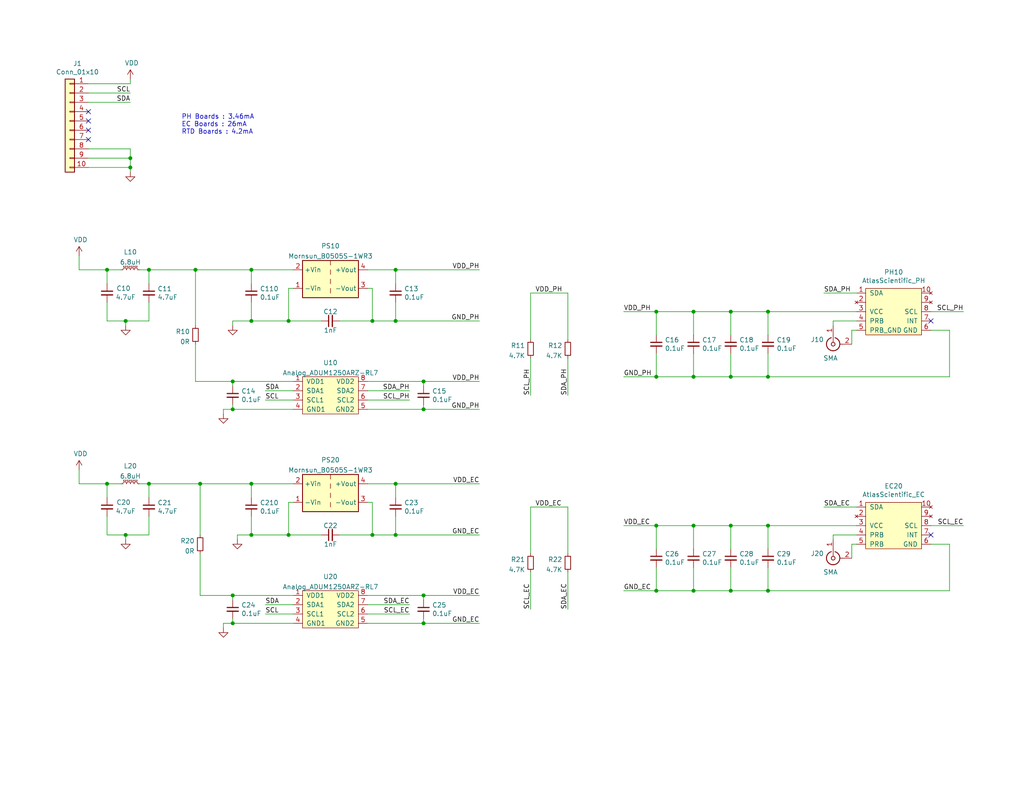
<source format=kicad_sch>
(kicad_sch (version 20211123) (generator eeschema)
  (paper "USLetter")
  (title_block (title "Reservoir Daughtercard") (date "2022-02-17") (rev "0.2.0") (company "Langhe Greenhaus"))
  (lib_symbols
    (symbol "BCR:AtlasScientific_EC" (pin_names (offset 1.016))
      (property "Reference" "AS" (at -6.35 7.62 0))
      (property "Value" "AtlasScientific_EC" (at 0 -7.62 0))
      (symbol "AtlasScientific_EC_0_1"
        (rectangle (start 7.62 -6.35) (end -7.62 6.35) (fill (type background)))
      )
      (symbol "AtlasScientific_EC_1_1"
        (pin unspecified line (at -10.16 5.08 0) (length 2.54) (name "SDA") (number "1"))
        (pin no_connect line (at 10.16 5.08 180) (length 2.54) (name "~") (number "10"))
        (pin no_connect line (at -10.16 2.54 0) (length 2.54) (name "~") (number "2"))
        (pin unspecified line (at -10.16 0 0) (length 2.54) (name "VCC") (number "3"))
        (pin unspecified line (at -10.16 -2.54 0) (length 2.54) (name "PRB") (number "4"))
        (pin unspecified line (at -10.16 -5.08 0) (length 2.54) (name "PRB") (number "5"))
        (pin unspecified line (at 10.16 -5.08 180) (length 2.54) (name "GND") (number "6"))
        (pin unspecified line (at 10.16 -2.54 180) (length 2.54) (name "INT") (number "7"))
        (pin unspecified line (at 10.16 0 180) (length 2.54) (name "SCL") (number "8"))
        (pin no_connect line (at 10.16 2.54 180) (length 2.54) (name "~") (number "9"))
      )
    )
    (symbol "BCR:AtlasScientific_PH" (pin_names (offset 1.016))
      (property "Reference" "AS" (at -6.35 7.62 0))
      (property "Value" "AtlasScientific_PH" (at 0 -7.62 0))
      (symbol "AtlasScientific_PH_0_1"
        (rectangle (start 7.62 -6.35) (end -7.62 6.35) (fill (type background)))
      )
      (symbol "AtlasScientific_PH_1_1"
        (pin unspecified line (at -10.16 5.08 0) (length 2.54) (name "SDA") (number "1"))
        (pin no_connect line (at 10.16 5.08 180) (length 2.54) (name "~") (number "10"))
        (pin no_connect line (at -10.16 2.54 0) (length 2.54) (name "~") (number "2"))
        (pin unspecified line (at -10.16 0 0) (length 2.54) (name "VCC") (number "3"))
        (pin unspecified line (at -10.16 -2.54 0) (length 2.54) (name "PRB") (number "4"))
        (pin unspecified line (at -10.16 -5.08 0) (length 2.54) (name "PRB_GND") (number "5"))
        (pin unspecified line (at 10.16 -5.08 180) (length 2.54) (name "GND") (number "6"))
        (pin unspecified line (at 10.16 -2.54 180) (length 2.54) (name "INT") (number "7"))
        (pin unspecified line (at 10.16 0 180) (length 2.54) (name "SCL") (number "8"))
        (pin no_connect line (at 10.16 2.54 180) (length 2.54) (name "~") (number "9"))
      )
    )
    (symbol "Connector:Conn_Coaxial" (pin_names (offset 1.016) hide)
      (property "Reference" "J" (at 0.254 3.048 0))
      (property "Value" "Conn_Coaxial" (at 2.921 0 90))
      (symbol "Conn_Coaxial_0_1"
        (arc (start -1.778 -0.508) (mid 0.222 -1.808) (end 1.778 0) (stroke (width 0.254)))
        (polyline (pts (xy -2.54 0) (xy -0.508 0)))
        (polyline (pts (xy 0 -2.54) (xy 0 -1.778)))
        (circle (center 0 0) (radius 0.508) (stroke (width 0.2032)))
        (arc (start 1.778 0) (mid 0.222 1.8083) (end -1.778 0.508) (stroke (width 0.254)))
      )
      (symbol "Conn_Coaxial_1_1"
        (pin passive line (at -5.08 0 0) (length 2.54) (name "In") (number "1"))
        (pin passive line (at 0 -5.08 90) (length 2.54) (name "Ext") (number "2"))
      )
    )
    (symbol "Connector_Generic:Conn_01x10" (pin_names (offset 1.016) hide)
      (property "Reference" "J" (at 0 12.7 0))
      (property "Value" "Conn_01x10" (at 0 -15.24 0))
      (symbol "Conn_01x10_1_1"
        (rectangle (start -1.27 -12.573) (end 0 -12.827) (stroke (width 0.1524)))
        (rectangle (start -1.27 -10.033) (end 0 -10.287) (stroke (width 0.1524)))
        (rectangle (start -1.27 -7.493) (end 0 -7.747) (stroke (width 0.1524)))
        (rectangle (start -1.27 -4.953) (end 0 -5.207) (stroke (width 0.1524)))
        (rectangle (start -1.27 -2.413) (end 0 -2.667) (stroke (width 0.1524)))
        (rectangle (start -1.27 0.127) (end 0 -0.127) (stroke (width 0.1524)))
        (rectangle (start -1.27 2.667) (end 0 2.413) (stroke (width 0.1524)))
        (rectangle (start -1.27 5.207) (end 0 4.953) (stroke (width 0.1524)))
        (rectangle (start -1.27 7.747) (end 0 7.493) (stroke (width 0.1524)))
        (rectangle (start -1.27 10.287) (end 0 10.033) (stroke (width 0.1524)))
        (rectangle (start -1.27 11.43) (end 1.27 -13.97) (stroke (width 0.254)) (fill (type background)))
        (pin passive line (at -5.08 10.16 0) (length 3.81) (name "Pin_1") (number "1"))
        (pin passive line (at -5.08 -12.7 0) (length 3.81) (name "Pin_10") (number "10"))
        (pin passive line (at -5.08 7.62 0) (length 3.81) (name "Pin_2") (number "2"))
        (pin passive line (at -5.08 5.08 0) (length 3.81) (name "Pin_3") (number "3"))
        (pin passive line (at -5.08 2.54 0) (length 3.81) (name "Pin_4") (number "4"))
        (pin passive line (at -5.08 0 0) (length 3.81) (name "Pin_5") (number "5"))
        (pin passive line (at -5.08 -2.54 0) (length 3.81) (name "Pin_6") (number "6"))
        (pin passive line (at -5.08 -5.08 0) (length 3.81) (name "Pin_7") (number "7"))
        (pin passive line (at -5.08 -7.62 0) (length 3.81) (name "Pin_8") (number "8"))
        (pin passive line (at -5.08 -10.16 0) (length 3.81) (name "Pin_9") (number "9"))
      )
    )
    (symbol "Device:C_Small" (pin_numbers hide) (pin_names (offset 0.254) hide)
      (property "Reference" "C" (at 0.254 1.778 0))
      (property "Value" "C_Small" (at 0.254 -2.032 0))
      (symbol "C_Small_0_1"
        (polyline (pts (xy -1.524 -0.508) (xy 1.524 -0.508)) (stroke (width 0.3302)))
        (polyline (pts (xy -1.524 0.508) (xy 1.524 0.508)) (stroke (width 0.3048)))
      )
      (symbol "C_Small_1_1"
        (pin passive line (at 0 2.54 270) (length 2.032) (name "~") (number "1"))
        (pin passive line (at 0 -2.54 90) (length 2.032) (name "~") (number "2"))
      )
    )
    (symbol "Device:L_Ferrite_Small" (pin_numbers hide) (pin_names (offset 0.254) hide)
      (property "Reference" "L" (at 1.27 1.016 0))
      (property "Value" "L_Ferrite_Small" (at 1.27 -1.27 0))
      (symbol "L_Ferrite_Small_0_1"
        (arc (start 0 -2.032) (mid 0.508 -1.524) (end 0 -1.016))
        (arc (start 0 -1.016) (mid 0.508 -0.508) (end 0 0))
        (polyline (pts (xy 0.762 -1.905) (xy 0.762 -1.651)))
        (polyline (pts (xy 0.762 -1.397) (xy 0.762 -1.143)))
        (polyline (pts (xy 0.762 -0.889) (xy 0.762 -0.635)))
        (polyline (pts (xy 0.762 -0.381) (xy 0.762 -0.127)))
        (polyline (pts (xy 0.762 0.127) (xy 0.762 0.381)))
        (polyline (pts (xy 0.762 0.635) (xy 0.762 0.889)))
        (polyline (pts (xy 0.762 1.143) (xy 0.762 1.397)))
        (polyline (pts (xy 0.762 1.651) (xy 0.762 1.905)))
        (polyline (pts (xy 1.016 -1.651) (xy 1.016 -1.905)))
        (polyline (pts (xy 1.016 -1.143) (xy 1.016 -1.397)))
        (polyline (pts (xy 1.016 -0.635) (xy 1.016 -0.889)))
        (polyline (pts (xy 1.016 -0.127) (xy 1.016 -0.381)))
        (polyline (pts (xy 1.016 0.381) (xy 1.016 0.127)))
        (polyline (pts (xy 1.016 0.889) (xy 1.016 0.635)))
        (polyline (pts (xy 1.016 1.397) (xy 1.016 1.143)))
        (polyline (pts (xy 1.016 1.905) (xy 1.016 1.651)))
        (arc (start 0 0) (mid 0.508 0.508) (end 0 1.016))
        (arc (start 0 1.016) (mid 0.508 1.524) (end 0 2.032))
      )
      (symbol "L_Ferrite_Small_1_1"
        (pin passive line (at 0 2.54 270) (length 0.508) (name "~") (number "1"))
        (pin passive line (at 0 -2.54 90) (length 0.508) (name "~") (number "2"))
      )
    )
    (symbol "Device:R_Small" (pin_numbers hide) (pin_names (offset 0.254) hide)
      (property "Reference" "R" (at 0.762 0.508 0))
      (property "Value" "R_Small" (at 0.762 -1.016 0))
      (symbol "R_Small_0_1"
        (rectangle (start -0.762 1.778) (end 0.762 -1.778) (stroke (width 0.2032)))
      )
      (symbol "R_Small_1_1"
        (pin passive line (at 0 2.54 270) (length 0.762) (name "~") (number "1"))
        (pin passive line (at 0 -2.54 90) (length 0.762) (name "~") (number "2"))
      )
    )
    (symbol "JLCPCB:Analog_ADUM1250ARZ-RL7" (pin_names (offset 1.016))
      (property "Reference" "U" (at -6.35 7.62 0))
      (property "Value" "Analog_ADUM1250ARZ-RL7" (at 10.16 7.62 0))
      (symbol "Analog_ADUM1250ARZ-RL7_0_1"
        (rectangle (start 7.62 -3.81) (end -7.62 6.35) (fill (type background)))
      )
      (symbol "Analog_ADUM1250ARZ-RL7_1_1"
        (pin unspecified line (at -10.16 5.08 0) (length 2.54) (name "VDD1") (number "1"))
        (pin unspecified line (at -10.16 2.54 0) (length 2.54) (name "SDA1") (number "2"))
        (pin unspecified line (at -10.16 0 0) (length 2.54) (name "SCL1") (number "3"))
        (pin unspecified line (at -10.16 -2.54 0) (length 2.54) (name "GND1") (number "4"))
        (pin unspecified line (at 10.16 -2.54 180) (length 2.54) (name "GND2") (number "5"))
        (pin unspecified line (at 10.16 0 180) (length 2.54) (name "SCL2") (number "6"))
        (pin unspecified line (at 10.16 2.54 180) (length 2.54) (name "SDA2") (number "7"))
        (pin unspecified line (at 10.16 5.08 180) (length 2.54) (name "VDD2") (number "8"))
      )
    )
    (symbol "JLCPCB:Mornsun_B0505S-1WR3"
      (property "Reference" "PS" (at -7.62 6.35 0))
      (property "Value" "Mornsun_B0505S-1WR3" (at 1.27 6.35 0))
      (symbol "Mornsun_B0505S-1WR3_0_0"
        (pin power_in line (at -10.16 -2.54 0) (length 2.54) (name "-Vin") (number "1"))
        (pin power_in line (at -10.16 2.54 0) (length 2.54) (name "+Vin") (number "2"))
        (pin power_out line (at 10.16 -2.54 180) (length 2.54) (name "-Vout") (number "3"))
        (pin power_out line (at 10.16 2.54 180) (length 2.54) (name "+Vout") (number "4"))
      )
      (symbol "Mornsun_B0505S-1WR3_0_1"
        (rectangle (start -7.62 5.08) (end 7.62 -5.08) (stroke (width 0.254)) (fill (type background)))
        (polyline (pts (xy 0 -2.54) (xy 0 -3.81)))
        (polyline (pts (xy 0 0) (xy 0 -1.27)))
        (polyline (pts (xy 0 2.54) (xy 0 1.27)))
        (polyline (pts (xy 0 5.08) (xy 0 3.81)))
      )
    )
    (symbol "power:GND" (power) (pin_names (offset 0))
      (property "Value" "GND" (at 0 -3.81 0))
      (symbol "GND_0_1"
        (polyline (pts (xy 0 0) (xy 0 -1.27) (xy 1.27 -1.27) (xy 0 -2.54) (xy -1.27 -1.27) (xy 0 -1.27)))
      )
      (symbol "GND_1_1"
        (pin power_in line (at 0 0 270) (length 0) hide (name "GND") (number "1"))
      )
    )
    (symbol "power:VDD" (power) (pin_names (offset 0))
      (property "Value" "VDD" (at 0 3.81 0))
      (symbol "VDD_0_1"
        (polyline (pts (xy -0.762 1.27) (xy 0 2.54)))
        (polyline (pts (xy 0 0) (xy 0 2.54)))
        (polyline (pts (xy 0 2.54) (xy 0.762 1.27)))
      )
      (symbol "VDD_1_1"
        (pin power_in line (at 0 0 90) (length 0) hide (name "VDD") (number "1"))
      )
    )
  )
  (junction (at 34.29 146.05))
  (junction (at 63.5 111.76))
  (junction (at 107.95 87.63))
  (junction (at 209.55 85.09))
  (junction (at 54.61 132.08))
  (junction (at 78.74 87.63))
  (junction (at 68.58 73.66))
  (junction (at 101.6 87.63))
  (junction (at 63.5 162.56))
  (junction (at 209.55 161.29))
  (junction (at 189.23 102.87))
  (junction (at 78.74 146.05))
  (junction (at 199.39 161.29))
  (junction (at 63.5 170.18))
  (junction (at 35.56 43.18))
  (junction (at 115.57 111.76))
  (junction (at 199.39 102.87))
  (junction (at 209.55 143.51))
  (junction (at 34.29 87.63))
  (junction (at 68.58 87.63))
  (junction (at 29.21 132.08))
  (junction (at 35.56 45.72))
  (junction (at 107.95 146.05))
  (junction (at 40.64 73.66))
  (junction (at 199.39 143.51))
  (junction (at 107.95 132.08))
  (junction (at 29.21 73.66))
  (junction (at 115.57 104.14))
  (junction (at 40.64 132.08))
  (junction (at 179.07 102.87))
  (junction (at 115.57 162.56))
  (junction (at 63.5 104.14))
  (junction (at 179.07 143.51))
  (junction (at 179.07 85.09))
  (junction (at 115.57 170.18))
  (junction (at 209.55 102.87))
  (junction (at 179.07 161.29))
  (junction (at 68.58 132.08))
  (junction (at 107.95 73.66))
  (junction (at 68.58 146.05))
  (junction (at 53.34 73.66))
  (junction (at 199.39 85.09))
  (junction (at 189.23 85.09))
  (junction (at 189.23 161.29))
  (junction (at 101.6 146.05))
  (junction (at 189.23 143.51))
  (no_connect (at 254 87.63))
  (no_connect (at 24.13 35.56))
  (no_connect (at 24.13 30.48))
  (no_connect (at 24.13 38.1))
  (no_connect (at 254 146.05))
  (no_connect (at 24.13 33.02))
  (wire (pts (xy 60.96 111.76) (xy 60.96 113.03)))
  (wire (pts (xy 35.56 22.86) (xy 35.56 21.59)))
  (wire (pts (xy 63.5 111.76) (xy 80.01 111.76)))
  (wire (pts (xy 144.78 138.43) (xy 154.94 138.43)))
  (wire (pts (xy 40.64 132.08) (xy 54.61 132.08)))
  (wire (pts (xy 154.94 138.43) (xy 154.94 151.13)))
  (wire (pts (xy 115.57 104.14) (xy 130.81 104.14)))
  (wire (pts (xy 115.57 104.14) (xy 115.57 105.41)))
  (wire (pts (xy 107.95 82.55) (xy 107.95 87.63)))
  (wire (pts (xy 64.77 146.05) (xy 64.77 147.32)))
  (wire (pts (xy 63.5 168.91) (xy 63.5 170.18)))
  (wire (pts (xy 78.74 137.16) (xy 78.74 146.05)))
  (wire (pts (xy 35.56 40.64) (xy 24.13 40.64)))
  (wire (pts (xy 34.29 146.05) (xy 29.21 146.05)))
  (wire (pts (xy 101.6 146.05) (xy 107.95 146.05)))
  (wire (pts (xy 144.78 97.79) (xy 144.78 107.95)))
  (wire (pts (xy 64.77 146.05) (xy 68.58 146.05)))
  (wire (pts (xy 63.5 104.14) (xy 80.01 104.14)))
  (wire (pts (xy 154.94 80.01) (xy 154.94 92.71)))
  (wire (pts (xy 101.6 78.74) (xy 101.6 87.63)))
  (wire (pts (xy 38.1 132.08) (xy 40.64 132.08)))
  (wire (pts (xy 92.71 146.05) (xy 101.6 146.05)))
  (wire (pts (xy 144.78 156.21) (xy 144.78 166.37)))
  (wire (pts (xy 35.56 43.18) (xy 35.56 40.64)))
  (wire (pts (xy 254 85.09) (xy 262.89 85.09)))
  (wire (pts (xy 40.64 146.05) (xy 40.64 140.97)))
  (wire (pts (xy 101.6 87.63) (xy 107.95 87.63)))
  (wire (pts (xy 107.95 132.08) (xy 130.81 132.08)))
  (wire (pts (xy 68.58 82.55) (xy 68.58 87.63)))
  (wire (pts (xy 40.64 73.66) (xy 53.34 73.66)))
  (wire (pts (xy 107.95 132.08) (xy 107.95 135.89)))
  (wire (pts (xy 189.23 96.52) (xy 189.23 102.87)))
  (wire (pts (xy 29.21 87.63) (xy 29.21 82.55)))
  (wire (pts (xy 107.95 87.63) (xy 130.81 87.63)))
  (wire (pts (xy 224.79 138.43) (xy 233.68 138.43)))
  (wire (pts (xy 63.5 170.18) (xy 80.01 170.18)))
  (wire (pts (xy 40.64 146.05) (xy 34.29 146.05)))
  (wire (pts (xy 68.58 73.66) (xy 68.58 77.47)))
  (wire (pts (xy 63.5 162.56) (xy 63.5 163.83)))
  (wire (pts (xy 209.55 96.52) (xy 209.55 102.87)))
  (wire (pts (xy 259.08 90.17) (xy 259.08 102.87)))
  (wire (pts (xy 29.21 146.05) (xy 29.21 140.97)))
  (wire (pts (xy 199.39 154.94) (xy 199.39 161.29)))
  (wire (pts (xy 227.33 146.05) (xy 227.33 147.32)))
  (wire (pts (xy 209.55 102.87) (xy 259.08 102.87)))
  (wire (pts (xy 209.55 143.51) (xy 209.55 149.86)))
  (wire (pts (xy 179.07 102.87) (xy 189.23 102.87)))
  (wire (pts (xy 115.57 170.18) (xy 115.57 168.91)))
  (wire (pts (xy 233.68 148.59) (xy 232.41 148.59)))
  (wire (pts (xy 33.02 73.66) (xy 29.21 73.66)))
  (wire (pts (xy 254 143.51) (xy 262.89 143.51)))
  (wire (pts (xy 115.57 162.56) (xy 115.57 163.83)))
  (wire (pts (xy 189.23 102.87) (xy 199.39 102.87)))
  (wire (pts (xy 209.55 85.09) (xy 233.68 85.09)))
  (wire (pts (xy 53.34 88.9) (xy 53.34 73.66)))
  (wire (pts (xy 100.33 167.64) (xy 111.76 167.64)))
  (wire (pts (xy 100.33 137.16) (xy 101.6 137.16)))
  (wire (pts (xy 199.39 85.09) (xy 199.39 91.44)))
  (wire (pts (xy 227.33 146.05) (xy 233.68 146.05)))
  (wire (pts (xy 54.61 132.08) (xy 68.58 132.08)))
  (wire (pts (xy 227.33 87.63) (xy 227.33 88.9)))
  (wire (pts (xy 40.64 132.08) (xy 40.64 135.89)))
  (wire (pts (xy 21.59 132.08) (xy 29.21 132.08)))
  (wire (pts (xy 170.18 85.09) (xy 179.07 85.09)))
  (wire (pts (xy 53.34 104.14) (xy 53.34 93.98)))
  (wire (pts (xy 21.59 69.85) (xy 21.59 73.66)))
  (wire (pts (xy 115.57 170.18) (xy 130.81 170.18)))
  (wire (pts (xy 100.33 104.14) (xy 115.57 104.14)))
  (wire (pts (xy 87.63 87.63) (xy 78.74 87.63)))
  (wire (pts (xy 63.5 162.56) (xy 80.01 162.56)))
  (wire (pts (xy 254 148.59) (xy 259.08 148.59)))
  (wire (pts (xy 92.71 87.63) (xy 101.6 87.63)))
  (wire (pts (xy 54.61 146.05) (xy 54.61 132.08)))
  (wire (pts (xy 209.55 85.09) (xy 209.55 91.44)))
  (wire (pts (xy 115.57 162.56) (xy 130.81 162.56)))
  (wire (pts (xy 144.78 138.43) (xy 144.78 151.13)))
  (wire (pts (xy 209.55 161.29) (xy 259.08 161.29)))
  (wire (pts (xy 33.02 132.08) (xy 29.21 132.08)))
  (wire (pts (xy 68.58 146.05) (xy 78.74 146.05)))
  (wire (pts (xy 54.61 162.56) (xy 63.5 162.56)))
  (wire (pts (xy 199.39 96.52) (xy 199.39 102.87)))
  (wire (pts (xy 100.33 78.74) (xy 101.6 78.74)))
  (wire (pts (xy 40.64 87.63) (xy 40.64 82.55)))
  (wire (pts (xy 80.01 109.22) (xy 72.39 109.22)))
  (wire (pts (xy 144.78 80.01) (xy 144.78 92.71)))
  (wire (pts (xy 78.74 78.74) (xy 78.74 87.63)))
  (wire (pts (xy 101.6 137.16) (xy 101.6 146.05)))
  (wire (pts (xy 259.08 148.59) (xy 259.08 161.29)))
  (wire (pts (xy 87.63 146.05) (xy 78.74 146.05)))
  (wire (pts (xy 34.29 87.63) (xy 29.21 87.63)))
  (wire (pts (xy 21.59 73.66) (xy 29.21 73.66)))
  (wire (pts (xy 63.5 87.63) (xy 68.58 87.63)))
  (wire (pts (xy 34.29 87.63) (xy 34.29 88.9)))
  (wire (pts (xy 179.07 154.94) (xy 179.07 161.29)))
  (wire (pts (xy 53.34 104.14) (xy 63.5 104.14)))
  (wire (pts (xy 80.01 165.1) (xy 72.39 165.1)))
  (wire (pts (xy 54.61 162.56) (xy 54.61 151.13)))
  (wire (pts (xy 68.58 132.08) (xy 80.01 132.08)))
  (wire (pts (xy 189.23 143.51) (xy 189.23 149.86)))
  (wire (pts (xy 100.33 73.66) (xy 107.95 73.66)))
  (wire (pts (xy 179.07 161.29) (xy 189.23 161.29)))
  (wire (pts (xy 24.13 22.86) (xy 35.56 22.86)))
  (wire (pts (xy 209.55 143.51) (xy 233.68 143.51)))
  (wire (pts (xy 179.07 143.51) (xy 179.07 149.86)))
  (wire (pts (xy 199.39 102.87) (xy 209.55 102.87)))
  (wire (pts (xy 80.01 106.68) (xy 72.39 106.68)))
  (wire (pts (xy 233.68 90.17) (xy 232.41 90.17)))
  (wire (pts (xy 53.34 73.66) (xy 68.58 73.66)))
  (wire (pts (xy 24.13 43.18) (xy 35.56 43.18)))
  (wire (pts (xy 107.95 73.66) (xy 107.95 77.47)))
  (wire (pts (xy 68.58 132.08) (xy 68.58 135.89)))
  (wire (pts (xy 60.96 170.18) (xy 60.96 171.45)))
  (wire (pts (xy 144.78 80.01) (xy 154.94 80.01)))
  (wire (pts (xy 60.96 111.76) (xy 63.5 111.76)))
  (wire (pts (xy 100.33 170.18) (xy 115.57 170.18)))
  (wire (pts (xy 199.39 85.09) (xy 209.55 85.09)))
  (wire (pts (xy 29.21 73.66) (xy 29.21 77.47)))
  (wire (pts (xy 60.96 170.18) (xy 63.5 170.18)))
  (wire (pts (xy 80.01 78.74) (xy 78.74 78.74)))
  (wire (pts (xy 170.18 143.51) (xy 179.07 143.51)))
  (wire (pts (xy 115.57 111.76) (xy 130.81 111.76)))
  (wire (pts (xy 68.58 140.97) (xy 68.58 146.05)))
  (wire (pts (xy 179.07 85.09) (xy 189.23 85.09)))
  (wire (pts (xy 189.23 143.51) (xy 199.39 143.51)))
  (wire (pts (xy 170.18 161.29) (xy 179.07 161.29)))
  (wire (pts (xy 170.18 102.87) (xy 179.07 102.87)))
  (wire (pts (xy 100.33 111.76) (xy 115.57 111.76)))
  (wire (pts (xy 232.41 90.17) (xy 232.41 93.98)))
  (wire (pts (xy 179.07 143.51) (xy 189.23 143.51)))
  (wire (pts (xy 107.95 140.97) (xy 107.95 146.05)))
  (wire (pts (xy 24.13 25.4) (xy 35.56 25.4)))
  (wire (pts (xy 40.64 87.63) (xy 34.29 87.63)))
  (wire (pts (xy 35.56 45.72) (xy 24.13 45.72)))
  (wire (pts (xy 21.59 128.27) (xy 21.59 132.08)))
  (wire (pts (xy 189.23 85.09) (xy 199.39 85.09)))
  (wire (pts (xy 199.39 143.51) (xy 199.39 149.86)))
  (wire (pts (xy 80.01 137.16) (xy 78.74 137.16)))
  (wire (pts (xy 199.39 143.51) (xy 209.55 143.51)))
  (wire (pts (xy 34.29 146.05) (xy 34.29 147.32)))
  (wire (pts (xy 63.5 104.14) (xy 63.5 105.41)))
  (wire (pts (xy 35.56 43.18) (xy 35.56 45.72)))
  (wire (pts (xy 209.55 154.94) (xy 209.55 161.29)))
  (wire (pts (xy 254 90.17) (xy 259.08 90.17)))
  (wire (pts (xy 100.33 106.68) (xy 111.76 106.68)))
  (wire (pts (xy 63.5 110.49) (xy 63.5 111.76)))
  (wire (pts (xy 100.33 162.56) (xy 115.57 162.56)))
  (wire (pts (xy 80.01 167.64) (xy 72.39 167.64)))
  (wire (pts (xy 24.13 27.94) (xy 35.56 27.94)))
  (wire (pts (xy 100.33 165.1) (xy 111.76 165.1)))
  (wire (pts (xy 154.94 97.79) (xy 154.94 107.95)))
  (wire (pts (xy 35.56 46.99) (xy 35.56 45.72)))
  (wire (pts (xy 63.5 87.63) (xy 63.5 88.9)))
  (wire (pts (xy 100.33 132.08) (xy 107.95 132.08)))
  (wire (pts (xy 100.33 109.22) (xy 111.76 109.22)))
  (wire (pts (xy 40.64 73.66) (xy 40.64 77.47)))
  (wire (pts (xy 38.1 73.66) (xy 40.64 73.66)))
  (wire (pts (xy 189.23 161.29) (xy 199.39 161.29)))
  (wire (pts (xy 227.33 87.63) (xy 233.68 87.63)))
  (wire (pts (xy 224.79 80.01) (xy 233.68 80.01)))
  (wire (pts (xy 107.95 146.05) (xy 130.81 146.05)))
  (wire (pts (xy 199.39 161.29) (xy 209.55 161.29)))
  (wire (pts (xy 107.95 73.66) (xy 130.81 73.66)))
  (wire (pts (xy 179.07 96.52) (xy 179.07 102.87)))
  (wire (pts (xy 189.23 154.94) (xy 189.23 161.29)))
  (wire (pts (xy 68.58 73.66) (xy 80.01 73.66)))
  (wire (pts (xy 189.23 85.09) (xy 189.23 91.44)))
  (wire (pts (xy 115.57 111.76) (xy 115.57 110.49)))
  (wire (pts (xy 232.41 148.59) (xy 232.41 152.4)))
  (wire (pts (xy 29.21 132.08) (xy 29.21 135.89)))
  (wire (pts (xy 154.94 156.21) (xy 154.94 166.37)))
  (wire (pts (xy 68.58 87.63) (xy 78.74 87.63)))
  (wire (pts (xy 179.07 85.09) (xy 179.07 91.44)))
  (text "PH Boards : 3.46mA\nEC Boards : 26mA\nRTD Boards : 4.2mA" (at 49.53 36.83 0) (effects (font (size 1.27 1.27)) (justify left bottom)))
  (label "SCL" (at 72.39 109.22 0))
  (label "SCL_PH" (at 111.76 109.22 180))
  (label "SDA_PH" (at 224.79 80.01 0))
  (label "SDA_PH" (at 154.94 107.95 90))
  (label "SDA" (at 72.39 106.68 0))
  (label "VDD_PH" (at 170.18 85.09 0))
  (label "SCL_EC" (at 111.76 167.64 180))
  (label "SCL" (at 35.56 25.4 180))
  (label "GND_EC" (at 170.18 161.29 0))
  (label "GND_PH" (at 130.81 87.63 180))
  (label "VDD_EC" (at 130.81 162.56 180))
  (label "GND_EC" (at 130.81 146.05 180))
  (label "SDA" (at 35.56 27.94 180))
  (label "VDD_EC" (at 130.81 132.08 180))
  (label "VDD_EC" (at 170.18 143.51 0))
  (label "SDA_PH" (at 111.76 106.68 180))
  (label "SCL_EC" (at 262.89 143.51 180))
  (label "SDA_EC" (at 111.76 165.1 180))
  (label "SCL_PH" (at 262.89 85.09 180))
  (label "VDD_EC" (at 146.05 138.43 0))
  (label "SDA" (at 72.39 165.1 0))
  (label "SDA_EC" (at 224.79 138.43 0))
  (label "VDD_PH" (at 130.81 104.14 180))
  (label "GND_EC" (at 130.81 170.18 180))
  (label "GND_PH" (at 170.18 102.87 0))
  (label "VDD_PH" (at 146.05 80.01 0))
  (label "SDA_EC" (at 154.94 166.37 90))
  (label "SCL_PH" (at 144.78 107.95 90))
  (label "GND_PH" (at 130.81 111.76 180))
  (label "SCL_EC" (at 144.78 166.37 90))
  (label "VDD_PH" (at 130.81 73.66 180))
  (label "SCL" (at 72.39 167.64 0))
  (symbol (lib_id "BCR:AtlasScientific_PH") (at 243.84 85.09 0) (unit 1)
    (property "Reference" "PH10" (at 243.84 74.295 0))
    (property "Value" "AtlasScientific_PH" (at 243.84 76.6064 0))
    (property "Footprint" "BCR_Langhe:AtlasScientific_OEM" (effects hide))
    (property "Datasheet" "https://files.atlas-scientific.com/oem_pH_datasheet.pdf" (effects hide))
  )
  (symbol (lib_id "BCR:AtlasScientific_EC") (at 243.84 143.51 0) (unit 1)
    (property "Reference" "EC20" (at 243.84 132.715 0))
    (property "Value" "AtlasScientific_EC" (at 243.84 135.0264 0))
    (property "Footprint" "BCR_Langhe:AtlasScientific_OEM" (effects hide))
    (property "Datasheet" "https://files.atlas-scientific.com/EC_oem_datasheet.pdf" (effects hide))
    (property "Manufacturer" "Atlas Scientific" (effects hide))
  )
  (symbol (lib_id "Connector_Generic:Conn_01x10") (at 19.05 33.02 0) (mirror y) (unit 1)
    (property "Reference" "J1" (at 21.1328 17.3482 0))
    (property "Value" "Conn_01x10" (at 21.1328 19.6596 0))
    (property "Footprint" "BCR_Langhe:Proto2_DaughterCard" (effects hide))
  )
  (symbol (lib_id "power:VDD") (at 35.56 21.59 0) (unit 1)
    (property "Reference" "#PWR03" (effects hide))
    (property "Value" "VDD" (at 35.941 17.1958 0))
  )
  (symbol (lib_id "power:GND") (at 35.56 46.99 0) (unit 1)
    (property "Reference" "#PWR07" (effects hide))
    (property "Value" "GND" (effects hide))
  )
  (symbol (lib_id "JLCPCB:Analog_ADUM1250ARZ-RL7") (at 90.17 167.64 0) (unit 1)
    (property "Reference" "U20" (at 90.17 157.4505 0))
    (property "Value" "Analog_ADUM1250ARZ-RL7" (at 90.17 160.2256 0))
    (property "Footprint" "JLCPCB:SOIC-8_3.9x4.9mm_P1.27mm" (effects hide))
    (property "Datasheet" "https://datasheet.lcsc.com/lcsc/1811012312_Analog-Devices-ADUM1250ARZ-RL7_C13839.pdf" (effects hide))
    (property "LCSC" "C13839" (effects hide))
    (property "Manufacturer" "Analog Devices" (effects hide))
  )
  (symbol (lib_id "power:VDD") (at 21.59 128.27 0) (unit 1)
    (property "Reference" "#PWR0105" (effects hide))
    (property "Value" "VDD" (at 21.971 123.8758 0))
  )
  (symbol (lib_id "Device:C_Small") (at 115.57 166.37 0) (unit 1)
    (property "Reference" "C25" (at 117.9068 165.2016 0) (effects (justify left)))
    (property "Value" "0.1uF" (at 117.9068 167.513 0) (effects (justify left)))
    (property "Footprint" "Capacitor_SMD:C_0805_2012Metric" (effects hide))
    (property "LCSC" "C49678" (effects hide))
  )
  (symbol (lib_id "Device:C_Small") (at 189.23 93.98 0) (unit 1)
    (property "Reference" "C17" (at 191.5668 92.8116 0) (effects (justify left)))
    (property "Value" "0.1uF" (at 191.5668 95.123 0) (effects (justify left)))
    (property "Footprint" "Capacitor_SMD:C_0805_2012Metric" (effects hide))
    (property "LCSC" "C49678" (effects hide))
  )
  (symbol (lib_id "Device:C_Small") (at 29.21 80.01 0) (unit 1)
    (property "Reference" "C10" (at 31.75 78.74 0) (effects (justify left)))
    (property "Value" "4.7uF" (at 31.5468 81.153 0) (effects (justify left)))
    (property "Footprint" "Capacitor_SMD:C_0805_2012Metric" (effects hide))
    (property "LCSC" "C49678" (effects hide))
  )
  (symbol (lib_id "Device:R_Small") (at 154.94 95.25 0) (mirror x) (unit 1)
    (property "Reference" "R12" (at 153.4414 94.3415 0) (effects (justify right)))
    (property "Value" "4.7K" (at 153.4414 97.1166 0) (effects (justify right)))
    (property "Footprint" "Resistor_SMD:R_0805_2012Metric" (effects hide))
    (property "LCSC" "C17673" (effects hide))
  )
  (symbol (lib_id "Device:C_Small") (at 179.07 152.4 0) (unit 1)
    (property "Reference" "C26" (at 181.4068 151.2316 0) (effects (justify left)))
    (property "Value" "0.1uF" (at 181.4068 153.543 0) (effects (justify left)))
    (property "Footprint" "Capacitor_SMD:C_0805_2012Metric" (effects hide))
    (property "LCSC" "C49678" (effects hide))
  )
  (symbol (lib_id "Device:R_Small") (at 144.78 95.25 0) (mirror x) (unit 1)
    (property "Reference" "R11" (at 143.2814 94.3415 0) (effects (justify right)))
    (property "Value" "4.7K" (at 143.2814 97.1166 0) (effects (justify right)))
    (property "Footprint" "Resistor_SMD:R_0805_2012Metric" (effects hide))
    (property "LCSC" "C17673" (effects hide))
  )
  (symbol (lib_id "Device:C_Small") (at 90.17 146.05 90) (unit 1)
    (property "Reference" "C22" (at 90.17 143.51 90))
    (property "Value" "1nF" (at 90.17 148.59 90))
    (property "Footprint" "Capacitor_SMD:C_0805_2012Metric" (effects hide))
    (property "LCSC" "C49678" (effects hide))
  )
  (symbol (lib_id "power:GND") (at 34.29 147.32 0) (unit 1)
    (property "Reference" "#PWR0103" (effects hide))
    (property "Value" "GND" (effects hide))
  )
  (symbol (lib_id "Device:R_Small") (at 53.34 91.44 0) (mirror x) (unit 1)
    (property "Reference" "R10" (at 51.8414 90.5315 0) (effects (justify right)))
    (property "Value" "0R" (at 51.8414 93.3066 0) (effects (justify right)))
    (property "Footprint" "Resistor_SMD:R_0805_2012Metric" (effects hide))
    (property "LCSC" "C17477" (effects hide))
  )
  (symbol (lib_id "Device:C_Small") (at 199.39 93.98 0) (unit 1)
    (property "Reference" "C18" (at 201.7268 92.8116 0) (effects (justify left)))
    (property "Value" "0.1uF" (at 201.7268 95.123 0) (effects (justify left)))
    (property "Footprint" "Capacitor_SMD:C_0805_2012Metric" (effects hide))
    (property "LCSC" "C49678" (effects hide))
  )
  (symbol (lib_id "JLCPCB:Mornsun_B0505S-1WR3") (at 90.17 76.2 0) (unit 1)
    (property "Reference" "PS10" (at 90.17 67.1535 0))
    (property "Value" "Mornsun_B0505S-1WR3" (at 90.17 69.9286 0))
    (property "Footprint" "JLCPCB:Mornsun_B0505S-1WR3" (effects hide))
    (property "Datasheet" "https://datasheet.lcsc.com/lcsc/1811151639_MORNSUN-Guangzhou-S--T-B0505S-1WR3_C131038.pdf" (effects hide))
    (property "LCSC" "C131038" (effects hide))
    (property "Manufacturer" "Mornsun" (effects hide))
  )
  (symbol (lib_id "Device:C_Small") (at 40.64 138.43 0) (unit 1)
    (property "Reference" "C21" (at 42.9768 137.2616 0) (effects (justify left)))
    (property "Value" "4.7uF" (at 42.9768 139.573 0) (effects (justify left)))
    (property "Footprint" "Capacitor_SMD:C_0805_2012Metric" (effects hide))
    (property "LCSC" "C49678" (effects hide))
  )
  (symbol (lib_id "Device:C_Small") (at 63.5 107.95 0) (unit 1)
    (property "Reference" "C14" (at 65.8368 106.7816 0) (effects (justify left)))
    (property "Value" "0.1uF" (at 65.8368 109.093 0) (effects (justify left)))
    (property "Footprint" "Capacitor_SMD:C_0805_2012Metric" (effects hide))
    (property "LCSC" "C49678" (effects hide))
  )
  (symbol (lib_id "Device:C_Small") (at 68.58 80.01 0) (unit 1)
    (property "Reference" "C110" (at 70.9168 78.8416 0) (effects (justify left)))
    (property "Value" "0.1uF" (at 70.9168 81.153 0) (effects (justify left)))
    (property "Footprint" "Capacitor_SMD:C_0805_2012Metric" (effects hide))
    (property "LCSC" "C49678" (effects hide))
  )
  (symbol (lib_id "Device:C_Small") (at 107.95 138.43 0) (unit 1)
    (property "Reference" "C23" (at 110.2868 137.2616 0) (effects (justify left)))
    (property "Value" "0.1uF" (at 110.2868 139.573 0) (effects (justify left)))
    (property "Footprint" "Capacitor_SMD:C_0805_2012Metric" (effects hide))
    (property "LCSC" "C49678" (effects hide))
  )
  (symbol (lib_id "Device:C_Small") (at 199.39 152.4 0) (unit 1)
    (property "Reference" "C28" (at 201.7268 151.2316 0) (effects (justify left)))
    (property "Value" "0.1uF" (at 201.7268 153.543 0) (effects (justify left)))
    (property "Footprint" "Capacitor_SMD:C_0805_2012Metric" (effects hide))
    (property "LCSC" "C49678" (effects hide))
  )
  (symbol (lib_id "power:GND") (at 63.5 88.9 0) (unit 1)
    (property "Reference" "#PWR0102" (effects hide))
    (property "Value" "GND" (effects hide))
  )
  (symbol (lib_id "Device:C_Small") (at 209.55 152.4 0) (unit 1)
    (property "Reference" "C29" (at 211.8868 151.2316 0) (effects (justify left)))
    (property "Value" "0.1uF" (at 211.8868 153.543 0) (effects (justify left)))
    (property "Footprint" "Capacitor_SMD:C_0805_2012Metric" (effects hide))
    (property "LCSC" "C49678" (effects hide))
  )
  (symbol (lib_id "Device:C_Small") (at 189.23 152.4 0) (unit 1)
    (property "Reference" "C27" (at 191.5668 151.2316 0) (effects (justify left)))
    (property "Value" "0.1uF" (at 191.5668 153.543 0) (effects (justify left)))
    (property "Footprint" "Capacitor_SMD:C_0805_2012Metric" (effects hide))
    (property "LCSC" "C49678" (effects hide))
  )
  (symbol (lib_id "Device:R_Small") (at 144.78 153.67 0) (mirror x) (unit 1)
    (property "Reference" "R21" (at 143.2814 152.7615 0) (effects (justify right)))
    (property "Value" "4.7K" (at 143.2814 155.5366 0) (effects (justify right)))
    (property "Footprint" "Resistor_SMD:R_0805_2012Metric" (effects hide))
    (property "LCSC" "C17673" (effects hide))
  )
  (symbol (lib_id "Device:C_Small") (at 115.57 107.95 0) (unit 1)
    (property "Reference" "C15" (at 117.9068 106.7816 0) (effects (justify left)))
    (property "Value" "0.1uF" (at 117.9068 109.093 0) (effects (justify left)))
    (property "Footprint" "Capacitor_SMD:C_0805_2012Metric" (effects hide))
    (property "LCSC" "C49678" (effects hide))
  )
  (symbol (lib_id "Device:C_Small") (at 209.55 93.98 0) (unit 1)
    (property "Reference" "C19" (at 211.8868 92.8116 0) (effects (justify left)))
    (property "Value" "0.1uF" (at 211.8868 95.123 0) (effects (justify left)))
    (property "Footprint" "Capacitor_SMD:C_0805_2012Metric" (effects hide))
    (property "LCSC" "C49678" (effects hide))
  )
  (symbol (lib_id "power:GND") (at 60.96 113.03 0) (unit 1)
    (property "Reference" "#PWR0106" (effects hide))
    (property "Value" "GND" (effects hide))
  )
  (symbol (lib_id "Device:C_Small") (at 29.21 138.43 0) (unit 1)
    (property "Reference" "C20" (at 31.75 137.16 0) (effects (justify left)))
    (property "Value" "4.7uF" (at 31.5468 139.573 0) (effects (justify left)))
    (property "Footprint" "Capacitor_SMD:C_0805_2012Metric" (effects hide))
    (property "LCSC" "C49678" (effects hide))
  )
  (symbol (lib_id "Device:C_Small") (at 63.5 166.37 0) (unit 1)
    (property "Reference" "C24" (at 65.8368 165.2016 0) (effects (justify left)))
    (property "Value" "0.1uF" (at 65.8368 167.513 0) (effects (justify left)))
    (property "Footprint" "Capacitor_SMD:C_0805_2012Metric" (effects hide))
    (property "LCSC" "C49678" (effects hide))
  )
  (symbol (lib_id "Device:C_Small") (at 68.58 138.43 0) (unit 1)
    (property "Reference" "C210" (at 70.9168 137.2616 0) (effects (justify left)))
    (property "Value" "0.1uF" (at 70.9168 139.573 0) (effects (justify left)))
    (property "Footprint" "Capacitor_SMD:C_0805_2012Metric" (effects hide))
    (property "LCSC" "C49678" (effects hide))
  )
  (symbol (lib_id "Device:C_Small") (at 90.17 87.63 90) (unit 1)
    (property "Reference" "C12" (at 90.17 85.09 90))
    (property "Value" "1nF" (at 90.17 90.17 90))
    (property "Footprint" "Capacitor_SMD:C_0805_2012Metric" (effects hide))
    (property "LCSC" "C49678" (effects hide))
  )
  (symbol (lib_id "Device:C_Small") (at 107.95 80.01 0) (unit 1)
    (property "Reference" "C13" (at 110.2868 78.8416 0) (effects (justify left)))
    (property "Value" "0.1uF" (at 110.2868 81.153 0) (effects (justify left)))
    (property "Footprint" "Capacitor_SMD:C_0805_2012Metric" (effects hide))
    (property "LCSC" "C49678" (effects hide))
  )
  (symbol (lib_id "Device:R_Small") (at 154.94 153.67 0) (mirror x) (unit 1)
    (property "Reference" "R22" (at 153.4414 152.7615 0) (effects (justify right)))
    (property "Value" "4.7K" (at 153.4414 155.5366 0) (effects (justify right)))
    (property "Footprint" "Resistor_SMD:R_0805_2012Metric" (effects hide))
    (property "LCSC" "C17673" (effects hide))
  )
  (symbol (lib_id "power:VDD") (at 21.59 69.85 0) (unit 1)
    (property "Reference" "#PWR0104" (effects hide))
    (property "Value" "VDD" (at 21.971 65.4558 0))
  )
  (symbol (lib_id "power:GND") (at 64.77 147.32 0) (unit 1)
    (property "Reference" "#PWR0107" (effects hide))
    (property "Value" "GND" (effects hide))
  )
  (symbol (lib_id "Connector:Conn_Coaxial") (at 227.33 152.4 90) (mirror x) (unit 1)
    (property "Reference" "J20" (at 224.79 151.13 90) (effects (justify left)))
    (property "Value" "SMA" (at 228.6 156.21 90) (effects (justify left)))
    (property "Footprint" "Connector_BCR:SMA_EdgeMount" (effects hide))
    (property "Datasheet" " ~" (effects hide))
  )
  (symbol (lib_id "Device:R_Small") (at 54.61 148.59 0) (mirror x) (unit 1)
    (property "Reference" "R20" (at 53.1114 147.6815 0) (effects (justify right)))
    (property "Value" "0R" (at 53.1114 150.4566 0) (effects (justify right)))
    (property "Footprint" "Resistor_SMD:R_0805_2012Metric" (effects hide))
    (property "LCSC" "C17477" (effects hide))
  )
  (symbol (lib_id "Device:C_Small") (at 40.64 80.01 0) (unit 1)
    (property "Reference" "C11" (at 42.9768 78.8416 0) (effects (justify left)))
    (property "Value" "4.7uF" (at 42.9768 81.153 0) (effects (justify left)))
    (property "Footprint" "Capacitor_SMD:C_0805_2012Metric" (effects hide))
    (property "LCSC" "C49678" (effects hide))
  )
  (symbol (lib_id "JLCPCB:Analog_ADUM1250ARZ-RL7") (at 90.17 109.22 0) (unit 1)
    (property "Reference" "U10" (at 90.17 99.0305 0))
    (property "Value" "Analog_ADUM1250ARZ-RL7" (at 90.17 101.8056 0))
    (property "Footprint" "JLCPCB:SOIC-8_3.9x4.9mm_P1.27mm" (effects hide))
    (property "Datasheet" "https://datasheet.lcsc.com/lcsc/1811012312_Analog-Devices-ADUM1250ARZ-RL7_C13839.pdf" (effects hide))
    (property "LCSC" "C13839" (effects hide))
    (property "Manufacturer" "Analog Devices" (effects hide))
  )
  (symbol (lib_id "Device:C_Small") (at 179.07 93.98 0) (unit 1)
    (property "Reference" "C16" (at 181.4068 92.8116 0) (effects (justify left)))
    (property "Value" "0.1uF" (at 181.4068 95.123 0) (effects (justify left)))
    (property "Footprint" "Capacitor_SMD:C_0805_2012Metric" (effects hide))
    (property "LCSC" "C49678" (effects hide))
  )
  (symbol (lib_id "JLCPCB:Mornsun_B0505S-1WR3") (at 90.17 134.62 0) (unit 1)
    (property "Reference" "PS20" (at 90.17 125.5735 0))
    (property "Value" "Mornsun_B0505S-1WR3" (at 90.17 128.3486 0))
    (property "Footprint" "JLCPCB:Mornsun_B0505S-1WR3" (effects hide))
    (property "Datasheet" "https://datasheet.lcsc.com/lcsc/1811151639_MORNSUN-Guangzhou-S--T-B0505S-1WR3_C131038.pdf" (effects hide))
    (property "LCSC" "C131038" (effects hide))
    (property "Manufacturer" "Mornsun" (effects hide))
  )
  (symbol (lib_id "Device:L_Ferrite_Small") (at 35.56 132.08 90) (unit 1)
    (property "Reference" "L20" (at 35.56 127.2245 90))
    (property "Value" "6.8uH" (at 35.56 129.9996 90))
    (property "Footprint" "Inductor_SMD:L_0805_2012Metric" (effects hide))
    (property "Datasheet" "https://datasheet.lcsc.com/lcsc/1810132012_TDK-MLZ2012N6R8LT000_C82157.pdf" (effects hide))
    (property "LCSC" "C82157" (effects hide))
    (property "Manufacturer" "TDK" (effects hide))
    (property "PartNumber" "MLZ2012N6R8LT000" (effects hide))
  )
  (symbol (lib_id "power:GND") (at 34.29 88.9 0) (unit 1)
    (property "Reference" "#PWR0108" (effects hide))
    (property "Value" "GND" (effects hide))
  )
  (symbol (lib_id "Device:L_Ferrite_Small") (at 35.56 73.66 90) (unit 1)
    (property "Reference" "L10" (at 35.56 68.8045 90))
    (property "Value" "6.8uH" (at 35.56 71.5796 90))
    (property "Footprint" "Inductor_SMD:L_0805_2012Metric" (effects hide))
    (property "Datasheet" "https://datasheet.lcsc.com/lcsc/1810132012_TDK-MLZ2012N6R8LT000_C82157.pdf" (effects hide))
    (property "LCSC" "C82157" (effects hide))
    (property "Manufacturer" "TDK" (effects hide))
    (property "PartNumber" "MLZ2012N6R8LT000" (effects hide))
  )
  (symbol (lib_id "Connector:Conn_Coaxial") (at 227.33 93.98 90) (mirror x) (unit 1)
    (property "Reference" "J10" (at 224.79 92.71 90) (effects (justify left)))
    (property "Value" "SMA" (at 228.6 97.79 90) (effects (justify left)))
    (property "Footprint" "Connector_BCR:SMA_EdgeMount" (effects hide))
    (property "Datasheet" " ~" (effects hide))
  )
  (symbol (lib_id "power:GND") (at 60.96 171.45 0) (unit 1)
    (property "Reference" "#PWR0101" (effects hide))
    (property "Value" "GND" (effects hide))
  )
)
</source>
